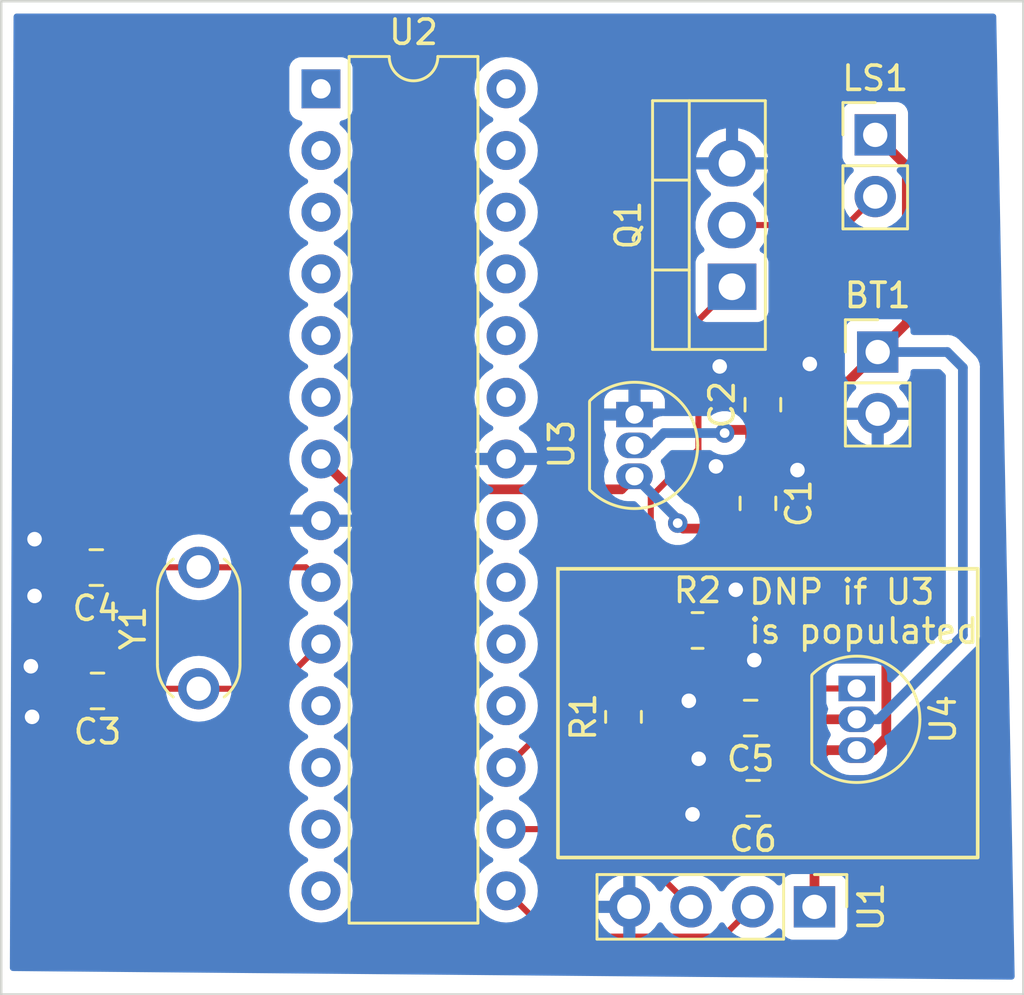
<source format=kicad_pcb>
(kicad_pcb (version 20221018) (generator pcbnew)
  (layers (0 "F.Cu" signal) (31 "B.Cu" signal) (34 "B.Paste" user) (35 "F.Paste" user) (36 "B.SilkS" user "B.Silkscreen") (37 "F.SilkS" user "F.Silkscreen") (38 "B.Mask" user) (39 "F.Mask" user) (44 "Edge.Cuts" user))
  (net 0 "")
  (net 1 "batt_+")
  (net 2 "batt_-")
  (net 3 "VCC")
  (net 4 "Net-(U2-XTAL2{slash}PB7)")
  (net 5 "Net-(U2-XTAL1{slash}PB6)")
  (net 6 "Net-(Q1-C)")
  (net 7 "Net-(Q1-B)")
  (net 8 "Net-(U4-ADJ)")
  (net 19 "Net-(U1-Trig)")
  (net 20 "Net-(U1-Echo)")
  (footprint "Capacitor_SMD:C_0805_2012Metric_Pad1.18x1.45mm_HandSolder" (layer "F.Cu") (at 119.1812 55.6768 180)
    (fp_text reference "C6" (at 0 -1.68) (layer "F.SilkS"))
    (fp_text value "0.1u" hide)
    (fp_line (start -0.261252 -0.735) (end 0.261252 -0.735) (stroke (width 0.12)) (layer "F.SilkS"))
    (fp_line (start -0.261252 0.735) (end 0.261252 0.735) (stroke (width 0.12)) (layer "F.SilkS"))
    (pad "1" smd roundrect (at -1.0375 0 180) (size 1.175 1.45) (layers "F.Cu" "F.Paste" "F.Mask") (roundrect_rratio 0.212766) (net 3 "VCC"))
    (pad "2" smd roundrect (at 1.0375 0 180) (size 1.175 1.45) (layers "F.Cu" "F.Paste" "F.Mask") (roundrect_rratio 0.212766) (net 2 "batt_-"))
  )
  (footprint "Capacitor_SMD:C_0805_2012Metric_Pad1.18x1.45mm_HandSolder" (layer "F.Cu") (at 119.38 43.5356 -90)
    (fp_text reference "C1" (at 0 -1.68 90) (layer "F.SilkS"))
    (fp_text value "1u")
    (fp_line (start -0.261252 -0.735) (end 0.261252 -0.735) (stroke (width 0.12)) (layer "F.SilkS"))
    (fp_line (start -0.261252 0.735) (end 0.261252 0.735) (stroke (width 0.12)) (layer "F.SilkS"))
    (pad "1" smd roundrect (at -1.0375 0 270) (size 1.175 1.45) (layers "F.Cu" "F.Paste" "F.Mask") (roundrect_rratio 0.212766) (net 2 "batt_-"))
    (pad "2" smd roundrect (at 1.0375 0 270) (size 1.175 1.45) (layers "F.Cu" "F.Paste" "F.Mask") (roundrect_rratio 0.212766) (net 3 "VCC"))
  )
  (footprint "Resistor_SMD:R_0805_2012Metric_Pad1.20x1.40mm_HandSolder" (layer "F.Cu") (at 116.8952 48.768)
    (fp_text reference "R2" (at 0 -1.65) (layer "F.SilkS"))
    (fp_text value "75k")
    (fp_line (start -0.227064 -0.735) (end 0.227064 -0.735) (stroke (width 0.12)) (layer "F.SilkS"))
    (fp_line (start -0.227064 0.735) (end 0.227064 0.735) (stroke (width 0.12)) (layer "F.SilkS"))
    (pad "1" smd roundrect (at -1 0) (size 1.2 1.4) (layers "F.Cu" "F.Paste" "F.Mask") (roundrect_rratio 0.208333) (net 8 "Net-(U4-ADJ)"))
    (pad "2" smd roundrect (at 1 0) (size 1.2 1.4) (layers "F.Cu" "F.Paste" "F.Mask") (roundrect_rratio 0.208333) (net 2 "batt_-"))
  )
  (footprint "Connector_PinHeader_2.54mm:PinHeader_1x02_P2.54mm_Vertical" (layer "F.Cu") (at 124.206 28.3629)
    (fp_text reference "LS1" (at 0 -2.33) (layer "F.SilkS"))
    (fp_text value "Speaker")
    (fp_line (start -1.33 -1.33) (end 0 -1.33) (stroke (width 0.12)) (layer "F.SilkS"))
    (fp_line (start -1.33 0) (end -1.33 -1.33) (stroke (width 0.12)) (layer "F.SilkS"))
    (fp_line (start -1.33 1.27) (end -1.33 3.87) (stroke (width 0.12)) (layer "F.SilkS"))
    (fp_line (start -1.33 1.27) (end 1.33 1.27) (stroke (width 0.12)) (layer "F.SilkS"))
    (fp_line (start -1.33 3.87) (end 1.33 3.87) (stroke (width 0.12)) (layer "F.SilkS"))
    (fp_line (start 1.33 1.27) (end 1.33 3.87) (stroke (width 0.12)) (layer "F.SilkS"))
    (pad "1" thru_hole rect (at 0 0) (size 1.7 1.7) (drill 1) (layers "*.Cu" "*.Mask") (net 1 "batt_+"))
    (pad "2" thru_hole oval (at 0 2.54) (size 1.7 1.7) (drill 1) (layers "*.Cu" "*.Mask") (net 6 "Net-(Q1-C)"))
  )
  (footprint "Package_TO_SOT_THT:TO-92_Inline" (layer "F.Cu") (at 123.444 51.1556 -90)
    (fp_text reference "U4" (at 1.27 -3.56 90) (layer "F.SilkS"))
    (fp_text value "LM317L_TO92" hide)
    (fp_line (start -0.53 1.85) (end 3.07 1.85) (stroke (width 0.12)) (layer "F.SilkS"))
    (fp_arc (start -0.568478 1.838478) (mid -1.132087 -0.994977) (end 1.27 -2.6) (stroke (width 0.12)) (layer "F.SilkS"))
    (fp_arc (start 1.27 -2.6) (mid 3.672087 -0.994977) (end 3.108478 1.838478) (stroke (width 0.12)) (layer "F.SilkS"))
    (pad "1" thru_hole rect (at 0 0 270) (size 1.05 1.5) (drill 0.75) (layers "*.Cu" "*.Mask") (net 8 "Net-(U4-ADJ)"))
    (pad "2" thru_hole oval (at 1.27 0 270) (size 1.05 1.5) (drill 0.75) (layers "*.Cu" "*.Mask") (net 1 "batt_+"))
    (pad "3" thru_hole oval (at 2.54 0 270) (size 1.05 1.5) (drill 0.75) (layers "*.Cu" "*.Mask") (net 3 "VCC"))
  )
  (footprint "Package_DIP:DIP-28_W7.62mm" (layer "F.Cu") (at 101.3968 26.4668)
    (fp_text reference "U2" (at 3.81 -2.33) (layer "F.SilkS"))
    (fp_text value "ATmega328-P")
    (fp_line (start 1.16 -1.33) (end 1.16 34.35) (stroke (width 0.12)) (layer "F.SilkS"))
    (fp_line (start 1.16 34.35) (end 6.46 34.35) (stroke (width 0.12)) (layer "F.SilkS"))
    (fp_line (start 2.81 -1.33) (end 1.16 -1.33) (stroke (width 0.12)) (layer "F.SilkS"))
    (fp_line (start 6.46 -1.33) (end 4.81 -1.33) (stroke (width 0.12)) (layer "F.SilkS"))
    (fp_line (start 6.46 34.35) (end 6.46 -1.33) (stroke (width 0.12)) (layer "F.SilkS"))
    (fp_arc (start 4.81 -1.33) (mid 3.81 -0.33) (end 2.81 -1.33) (stroke (width 0.12)) (layer "F.SilkS"))
    (pad "1" thru_hole rect (at 0 0) (size 1.6 1.6) (drill 0.8) (layers "*.Cu" "*.Mask"))
    (pad "2" thru_hole oval (at 0 2.54) (size 1.6 1.6) (drill 0.8) (layers "*.Cu" "*.Mask"))
    (pad "3" thru_hole oval (at 0 5.08) (size 1.6 1.6) (drill 0.8) (layers "*.Cu" "*.Mask"))
    (pad "4" thru_hole oval (at 0 7.62) (size 1.6 1.6) (drill 0.8) (layers "*.Cu" "*.Mask"))
    (pad "5" thru_hole oval (at 0 10.16) (size 1.6 1.6) (drill 0.8) (layers "*.Cu" "*.Mask"))
    (pad "6" thru_hole oval (at 0 12.7) (size 1.6 1.6) (drill 0.8) (layers "*.Cu" "*.Mask"))
    (pad "7" thru_hole oval (at 0 15.24) (size 1.6 1.6) (drill 0.8) (layers "*.Cu" "*.Mask") (net 3 "VCC"))
    (pad "8" thru_hole oval (at 0 17.78) (size 1.6 1.6) (drill 0.8) (layers "*.Cu" "*.Mask") (net 2 "batt_-"))
    (pad "9" thru_hole oval (at 0 20.32) (size 1.6 1.6) (drill 0.8) (layers "*.Cu" "*.Mask") (net 5 "Net-(U2-XTAL1{slash}PB6)"))
    (pad "10" thru_hole oval (at 0 22.86) (size 1.6 1.6) (drill 0.8) (layers "*.Cu" "*.Mask") (net 4 "Net-(U2-XTAL2{slash}PB7)"))
    (pad "11" thru_hole oval (at 0 25.4) (size 1.6 1.6) (drill 0.8) (layers "*.Cu" "*.Mask"))
    (pad "12" thru_hole oval (at 0 27.94) (size 1.6 1.6) (drill 0.8) (layers "*.Cu" "*.Mask"))
    (pad "13" thru_hole oval (at 0 30.48) (size 1.6 1.6) (drill 0.8) (layers "*.Cu" "*.Mask"))
    (pad "14" thru_hole oval (at 0 33.02) (size 1.6 1.6) (drill 0.8) (layers "*.Cu" "*.Mask"))
    (pad "15" thru_hole oval (at 7.62 33.02) (size 1.6 1.6) (drill 0.8) (layers "*.Cu" "*.Mask") (net 19 "Net-(U1-Trig)"))
    (pad "16" thru_hole oval (at 7.62 30.48) (size 1.6 1.6) (drill 0.8) (layers "*.Cu" "*.Mask") (net 20 "Net-(U1-Echo)"))
    (pad "17" thru_hole oval (at 7.62 27.94) (size 1.6 1.6) (drill 0.8) (layers "*.Cu" "*.Mask") (net 7 "Net-(Q1-B)"))
    (pad "18" thru_hole oval (at 7.62 25.4) (size 1.6 1.6) (drill 0.8) (layers "*.Cu" "*.Mask"))
    (pad "19" thru_hole oval (at 7.62 22.86) (size 1.6 1.6) (drill 0.8) (layers "*.Cu" "*.Mask"))
    (pad "20" thru_hole oval (at 7.62 20.32) (size 1.6 1.6) (drill 0.8) (layers "*.Cu" "*.Mask"))
    (pad "21" thru_hole oval (at 7.62 17.78) (size 1.6 1.6) (drill 0.8) (layers "*.Cu" "*.Mask"))
    (pad "22" thru_hole oval (at 7.62 15.24) (size 1.6 1.6) (drill 0.8) (layers "*.Cu" "*.Mask") (net 2 "batt_-"))
    (pad "23" thru_hole oval (at 7.62 12.7) (size 1.6 1.6) (drill 0.8) (layers "*.Cu" "*.Mask"))
    (pad "24" thru_hole oval (at 7.62 10.16) (size 1.6 1.6) (drill 0.8) (layers "*.Cu" "*.Mask"))
    (pad "25" thru_hole oval (at 7.62 7.62) (size 1.6 1.6) (drill 0.8) (layers "*.Cu" "*.Mask"))
    (pad "26" thru_hole oval (at 7.62 5.08) (size 1.6 1.6) (drill 0.8) (layers "*.Cu" "*.Mask"))
    (pad "27" thru_hole oval (at 7.62 2.54) (size 1.6 1.6) (drill 0.8) (layers "*.Cu" "*.Mask"))
    (pad "28" thru_hole oval (at 7.62 0) (size 1.6 1.6) (drill 0.8) (layers "*.Cu" "*.Mask"))
  )
  (footprint "Capacitor_SMD:C_0805_2012Metric_Pad1.18x1.45mm_HandSolder" (layer "F.Cu") (at 92.1512 46.1772 180)
    (fp_text reference "C4" (at 0 -1.68) (layer "F.SilkS"))
    (fp_text value "22p" hide)
    (fp_line (start -0.261252 -0.735) (end 0.261252 -0.735) (stroke (width 0.12)) (layer "F.SilkS"))
    (fp_line (start -0.261252 0.735) (end 0.261252 0.735) (stroke (width 0.12)) (layer "F.SilkS"))
    (pad "1" smd roundrect (at -1.0375 0 180) (size 1.175 1.45) (layers "F.Cu" "F.Paste" "F.Mask") (roundrect_rratio 0.212766) (net 5 "Net-(U2-XTAL1{slash}PB6)"))
    (pad "2" smd roundrect (at 1.0375 0 180) (size 1.175 1.45) (layers "F.Cu" "F.Paste" "F.Mask") (roundrect_rratio 0.212766) (net 2 "batt_-"))
  )
  (footprint "Package_TO_SOT_THT:TO-220-3_Vertical" (layer "F.Cu") (at 118.3132 34.6163 90)
    (fp_text reference "Q1" (at 2.54 -4.27 90) (layer "F.SilkS"))
    (fp_text value "TIP122")
    (fp_line (start -2.58 -3.27) (end -2.58 1.371) (stroke (width 0.12)) (layer "F.SilkS"))
    (fp_line (start -2.58 -3.27) (end 7.66 -3.27) (stroke (width 0.12)) (layer "F.SilkS"))
    (fp_line (start -2.58 -1.76) (end 7.66 -1.76) (stroke (width 0.12)) (layer "F.SilkS"))
    (fp_line (start -2.58 1.371) (end 7.66 1.371) (stroke (width 0.12)) (layer "F.SilkS"))
    (fp_line (start 0.69 -3.27) (end 0.69 -1.76) (stroke (width 0.12)) (layer "F.SilkS"))
    (fp_line (start 4.391 -3.27) (end 4.391 -1.76) (stroke (width 0.12)) (layer "F.SilkS"))
    (fp_line (start 7.66 -3.27) (end 7.66 1.371) (stroke (width 0.12)) (layer "F.SilkS"))
    (pad "1" thru_hole rect (at 0 0 90) (size 1.905 2) (drill 1.1) (layers "*.Cu" "*.Mask") (net 7 "Net-(Q1-B)"))
    (pad "2" thru_hole oval (at 2.54 0 90) (size 1.905 2) (drill 1.1) (layers "*.Cu" "*.Mask") (net 6 "Net-(Q1-C)"))
    (pad "3" thru_hole oval (at 5.08 0 90) (size 1.905 2) (drill 1.1) (layers "*.Cu" "*.Mask") (net 2 "batt_-"))
  )
  (footprint "Crystal:Resonator-2Pin_W6.0mm_H3.0mm" (layer "F.Cu") (at 96.3676 51.1672 90)
    (fp_text reference "Y1" (at 2.5 -2.7 90) (layer "F.SilkS"))
    (fp_text value "Crystal")
    (fp_line (start 1 -1.7) (end 4 -1.7) (stroke (width 0.12)) (layer "F.SilkS"))
    (fp_line (start 1 1.7) (end 4 1.7) (stroke (width 0.12)) (layer "F.SilkS"))
    (fp_arc (start -0.33779 -1.048961) (mid 0.256102 -1.5286) (end 1 -1.7) (stroke (width 0.12)) (layer "F.SilkS"))
    (fp_arc (start 1 1.7) (mid 0.256103 1.5286) (end -0.33779 1.048961) (stroke (width 0.12)) (layer "F.SilkS"))
    (fp_arc (start 4 -1.7) (mid 4.743897 -1.5286) (end 5.33779 -1.048961) (stroke (width 0.12)) (layer "F.SilkS"))
    (fp_arc (start 5.33779 1.048961) (mid 4.743898 1.5286) (end 4 1.7) (stroke (width 0.12)) (layer "F.SilkS"))
    (pad "1" thru_hole circle (at 0 0 90) (size 1.7 1.7) (drill 1) (layers "*.Cu" "*.Mask") (net 4 "Net-(U2-XTAL2{slash}PB7)"))
    (pad "2" thru_hole circle (at 5 0 90) (size 1.7 1.7) (drill 1) (layers "*.Cu" "*.Mask") (net 5 "Net-(U2-XTAL1{slash}PB6)"))
  )
  (footprint "Connector_PinHeader_2.54mm:PinHeader_1x04_P2.54mm_Vertical" (layer "F.Cu") (at 121.7068 60.1472 -90)
    (fp_text reference "U1" (at 0 -2.33 90) (layer "F.SilkS"))
    (fp_text value "~")
    (fp_line (start -1.33 -1.33) (end 0 -1.33) (stroke (width 0.12)) (layer "F.SilkS"))
    (fp_line (start -1.33 0) (end -1.33 -1.33) (stroke (width 0.12)) (layer "F.SilkS"))
    (fp_line (start -1.33 1.27) (end -1.33 8.95) (stroke (width 0.12)) (layer "F.SilkS"))
    (fp_line (start -1.33 1.27) (end 1.33 1.27) (stroke (width 0.12)) (layer "F.SilkS"))
    (fp_line (start -1.33 8.95) (end 1.33 8.95) (stroke (width 0.12)) (layer "F.SilkS"))
    (fp_line (start 1.33 1.27) (end 1.33 8.95) (stroke (width 0.12)) (layer "F.SilkS"))
    (pad "1" thru_hole rect (at 0 0 270) (size 1.7 1.7) (drill 1) (layers "*.Cu" "*.Mask") (net 3 "VCC"))
    (pad "2" thru_hole oval (at 0 2.54 270) (size 1.7 1.7) (drill 1) (layers "*.Cu" "*.Mask") (net 19 "Net-(U1-Trig)"))
    (pad "3" thru_hole oval (at 0 5.08 270) (size 1.7 1.7) (drill 1) (layers "*.Cu" "*.Mask") (net 20 "Net-(U1-Echo)"))
    (pad "4" thru_hole oval (at 0 7.62 270) (size 1.7 1.7) (drill 1) (layers "*.Cu" "*.Mask") (net 2 "batt_-"))
  )
  (footprint "Package_TO_SOT_THT:TO-92_Inline" (layer "F.Cu") (at 114.3 39.878 -90)
    (fp_text reference "U3" (at 1.2192 2.9972 90) (layer "F.SilkS"))
    (fp_text value "MCP1700x-500xxTO" hide)
    (fp_line (start -0.53 1.85) (end 3.07 1.85) (stroke (width 0.12)) (layer "F.SilkS"))
    (fp_arc (start -0.568478 1.838478) (mid -1.132087 -0.994977) (end 1.27 -2.6) (stroke (width 0.12)) (layer "F.SilkS"))
    (fp_arc (start 1.27 -2.6) (mid 3.672087 -0.994977) (end 3.108478 1.838478) (stroke (width 0.12)) (layer "F.SilkS"))
    (pad "1" thru_hole rect (at 0 0 270) (size 1.05 1.5) (drill 0.75) (layers "*.Cu" "*.Mask") (net 2 "batt_-"))
    (pad "2" thru_hole oval (at 1.27 0 270) (size 1.05 1.5) (drill 0.75) (layers "*.Cu" "*.Mask") (net 1 "batt_+"))
    (pad "3" thru_hole oval (at 2.54 0 270) (size 1.05 1.5) (drill 0.75) (layers "*.Cu" "*.Mask") (net 3 "VCC"))
  )
  (footprint "Capacitor_SMD:C_0805_2012Metric_Pad1.18x1.45mm_HandSolder" (layer "F.Cu") (at 92.202 51.2572 180)
    (fp_text reference "C3" (at 0 -1.68) (layer "F.SilkS"))
    (fp_text value "22p" hide)
    (fp_line (start -0.261252 -0.735) (end 0.261252 -0.735) (stroke (width 0.12)) (layer "F.SilkS"))
    (fp_line (start -0.261252 0.735) (end 0.261252 0.735) (stroke (width 0.12)) (layer "F.SilkS"))
    (pad "1" smd roundrect (at -1.0375 0 180) (size 1.175 1.45) (layers "F.Cu" "F.Paste" "F.Mask") (roundrect_rratio 0.212766) (net 4 "Net-(U2-XTAL2{slash}PB7)"))
    (pad "2" smd roundrect (at 1.0375 0 180) (size 1.175 1.45) (layers "F.Cu" "F.Paste" "F.Mask") (roundrect_rratio 0.212766) (net 2 "batt_-"))
  )
  (footprint "Capacitor_SMD:C_0805_2012Metric_Pad1.18x1.45mm_HandSolder" (layer "F.Cu") (at 119.0796 52.3748 180)
    (fp_text reference "C5" (at 0 -1.68) (layer "F.SilkS"))
    (fp_text value "0.1u" hide)
    (fp_line (start -0.261252 -0.735) (end 0.261252 -0.735) (stroke (width 0.12)) (layer "F.SilkS"))
    (fp_line (start -0.261252 0.735) (end 0.261252 0.735) (stroke (width 0.12)) (layer "F.SilkS"))
    (pad "1" smd roundrect (at -1.0375 0 180) (size 1.175 1.45) (layers "F.Cu" "F.Paste" "F.Mask") (roundrect_rratio 0.212766) (net 1 "batt_+"))
    (pad "2" smd roundrect (at 1.0375 0 180) (size 1.175 1.45) (layers "F.Cu" "F.Paste" "F.Mask") (roundrect_rratio 0.212766) (net 2 "batt_-"))
  )
  (footprint "Connector_PinHeader_2.54mm:PinHeader_1x02_P2.54mm_Vertical" (layer "F.Cu") (at 124.3076 37.3037)
    (fp_text reference "BT1" (at 0 -2.33) (layer "F.SilkS"))
    (fp_text value "Battery")
    (fp_line (start -1.33 -1.33) (end 0 -1.33) (stroke (width 0.12)) (layer "F.SilkS"))
    (fp_line (start -1.33 0) (end -1.33 -1.33) (stroke (width 0.12)) (layer "F.SilkS"))
    (fp_line (start -1.33 1.27) (end -1.33 3.87) (stroke (width 0.12)) (layer "F.SilkS"))
    (fp_line (start -1.33 1.27) (end 1.33 1.27) (stroke (width 0.12)) (layer "F.SilkS"))
    (fp_line (start -1.33 3.87) (end 1.33 3.87) (stroke (width 0.12)) (layer "F.SilkS"))
    (fp_line (start 1.33 1.27) (end 1.33 3.87) (stroke (width 0.12)) (layer "F.SilkS"))
    (pad "1" thru_hole rect (at 0 0) (size 1.7 1.7) (drill 1) (layers "*.Cu" "*.Mask") (net 1 "batt_+"))
    (pad "2" thru_hole oval (at 0 2.54) (size 1.7 1.7) (drill 1) (layers "*.Cu" "*.Mask") (net 2 "batt_-"))
  )
  (footprint "Capacitor_SMD:C_0805_2012Metric_Pad1.18x1.45mm_HandSolder" (layer "F.Cu") (at 119.5832 39.4716 90)
    (fp_text reference "C2" (at 0 -1.68 90) (layer "F.SilkS"))
    (fp_text value "1u")
    (fp_line (start -0.261252 -0.735) (end 0.261252 -0.735) (stroke (width 0.12)) (layer "F.SilkS"))
    (fp_line (start -0.261252 0.735) (end 0.261252 0.735) (stroke (width 0.12)) (layer "F.SilkS"))
    (pad "1" smd roundrect (at -1.0375 0 90) (size 1.175 1.45) (layers "F.Cu" "F.Paste" "F.Mask") (roundrect_rratio 0.212766) (net 1 "batt_+"))
    (pad "2" smd roundrect (at 1.0375 0 90) (size 1.175 1.45) (layers "F.Cu" "F.Paste" "F.Mask") (roundrect_rratio 0.212766) (net 2 "batt_-"))
  )
  (footprint "Resistor_SMD:R_0805_2012Metric_Pad1.20x1.40mm_HandSolder" (layer "F.Cu") (at 113.8472 52.324 90)
    (fp_text reference "R1" (at 0 -1.65 90) (layer "F.SilkS"))
    (fp_text value "27k")
    (fp_line (start -0.227064 -0.735) (end 0.227064 -0.735) (stroke (width 0.12)) (layer "F.SilkS"))
    (fp_line (start -0.227064 0.735) (end 0.227064 0.735) (stroke (width 0.12)) (layer "F.SilkS"))
    (pad "1" smd roundrect (at -1 0 90) (size 1.2 1.4) (layers "F.Cu" "F.Paste" "F.Mask") (roundrect_rratio 0.208333) (net 3 "VCC"))
    (pad "2" smd roundrect (at 1 0 90) (size 1.2 1.4) (layers "F.Cu" "F.Paste" "F.Mask") (roundrect_rratio 0.208333) (net 8 "Net-(U4-ADJ)"))
  )
  (gr_rect (start 111.1504 46.228) (end 128.4224 58.1152) (stroke (width 0.15)) (fill none) (layer "F.SilkS"))
  (gr_rect (start 88.2396 22.86) (end 130.302 63.754) (stroke (width 0.1)) (fill none) (layer "Edge.Cuts"))
  (gr_text "DNP if U3\nis populated" (at 118.9228 49.3776) (layer "F.SilkS") (effects (font (size 1 1)) (justify left bottom)))
  (segment (start 118.1393 40.5091) (end 118.0084 40.64) (width 0.4) (layer "F.Cu") (net 1))
  (segment (start 120.1679 52.4256) (end 120.1171 52.3748) (width 0.4) (layer "F.Cu") (net 1))
  (segment (start 119.4523 40.5091) (end 119.5832 40.5091) (width 0.4) (layer "F.Cu") (net 1))
  (segment (start 119.3292 40.64) (end 119.4523 40.5091) (width 0.4) (layer "F.Cu") (net 1))
  (segment (start 121.1022 40.5091) (end 119.7141 40.5091) (width 0.4) (layer "F.Cu") (net 1))
  (segment (start 124.3076 37.3037) (end 121.1022 40.5091) (width 0.4) (layer "F.Cu") (net 1))
  (segment (start 125.506 36.1053) (end 124.3076 37.3037) (width 0.4) (layer "F.Cu") (net 1))
  (segment (start 125.506 29.6629) (end 125.506 36.1053) (width 0.4) (layer "F.Cu") (net 1))
  (segment (start 123.444 52.4256) (end 120.1679 52.4256) (width 0.4) (layer "F.Cu") (net 1))
  (segment (start 124.206 28.3629) (end 125.506 29.6629) (width 0.4) (layer "F.Cu") (net 1))
  (segment (start 119.5832 40.5091) (end 118.1393 40.5091) (width 0.4) (layer "F.Cu") (net 1))
  (segment (start 119.7141 40.5091) (end 119.3292 40.64) (width 0.4) (layer "F.Cu") (net 1))
  (via (at 118.0084 40.64) (size 0.8) (drill 0.4) (layers "F.Cu" "B.Cu") (net 1))
  (segment (start 123.444 52.4256) (end 124.349 52.4256) (width 0.4) (layer "B.Cu") (net 1))
  (segment (start 114.3 41.148) (end 115 41.148) (width 0.4) (layer "B.Cu") (net 1))
  (segment (start 115 41.148) (end 115.508 40.64) (width 0.4) (layer "B.Cu") (net 1))
  (segment (start 127.8128 37.9476) (end 127.1689 37.3037) (width 0.4) (layer "B.Cu") (net 1))
  (segment (start 124.349 52.4256) (end 127.8128 48.9618) (width 0.4) (layer "B.Cu") (net 1))
  (segment (start 115.508 40.64) (end 118.0084 40.64) (width 0.4) (layer "B.Cu") (net 1))
  (segment (start 127.1689 37.3037) (end 124.3076 37.3037) (width 0.4) (layer "B.Cu") (net 1))
  (segment (start 127.8128 48.9618) (end 127.8128 37.9476) (width 0.4) (layer "B.Cu") (net 1))
  (segment (start 116.9416 52.07) (end 116.5352 51.6636) (width 0.4) (layer "F.Cu") (net 2))
  (segment (start 117.8952 47.662) (end 118.4656 47.0916) (width 0.4) (layer "F.Cu") (net 2))
  (segment (start 90.7796 46.1772) (end 89.6112 47.3456) (width 0.4) (layer "F.Cu") (net 2))
  (segment (start 116.6876 54.3052) (end 116.9416 54.0512) (width 0.4) (layer "F.Cu") (net 2))
  (segment (start 118.3425 38.4341) (end 117.8052 37.8968) (width 0.4) (layer "F.Cu") (net 2))
  (segment (start 119.5832 38.4341) (end 118.3425 38.4341) (width 0.4) (layer "F.Cu") (net 2))
  (segment (start 117.8952 48.768) (end 117.8952 47.662) (width 0.4) (layer "F.Cu") (net 2))
  (segment (start 118.4656 49.2252) (end 119.2276 49.9872) (width 0.4) (layer "F.Cu") (net 2))
  (segment (start 118.0421 52.3748) (end 118.0421 52.9507) (width 0.4) (layer "F.Cu") (net 2))
  (segment (start 118.0421 52.3748) (end 117.2464 52.3748) (width 0.4) (layer "F.Cu") (net 2))
  (segment (start 89.5096 50.292) (end 89.4588 50.2412) (width 0.4) (layer "F.Cu") (net 2))
  (segment (start 117.4833 56.3372) (end 118.1437 55.6768) (width 0.4) (layer "F.Cu") (net 2))
  (segment (start 116.6876 56.3372) (end 116.6876 54.3052) (width 0.4) (layer "F.Cu") (net 2))
  (segment (start 117.8952 48.768) (end 118.0084 48.768) (width 0.4) (layer "F.Cu") (net 2))
  (segment (start 89.6112 47.3456) (end 89.6112 45.0088) (width 0.4) (layer "F.Cu") (net 2))
  (segment (start 119.38 42.4981) (end 120.6715 42.4981) (width 0.4) (layer "F.Cu") (net 2))
  (segment (start 90.7796 46.1772) (end 89.6112 45.0088) (width 0.4) (layer "F.Cu") (net 2))
  (segment (start 91.1645 51.2572) (end 90.4748 51.2572) (width 0.4) (layer "F.Cu") (net 2))
  (segment (start 118.0084 48.768) (end 119.2276 49.9872) (width 0.4) (layer "F.Cu") (net 2))
  (segment (start 118.0421 52.9507) (end 116.9416 54.0512) (width 0.4) (layer "F.Cu") (net 2))
  (segment (start 91.1137 46.1772) (end 90.7796 46.1772) (width 0.4) (layer "F.Cu") (net 2))
  (segment (start 89.5096 52.324) (end 89.5096 50.292) (width 0.4) (layer "F.Cu") (net 2))
  (segment (start 116.6876 56.3372) (end 117.4833 56.3372) (width 0.4) (layer "F.Cu") (net 2))
  (segment (start 117.2464 52.3748) (end 116.5352 51.6636) (width 0.4) (layer "F.Cu") (net 2))
  (segment (start 119.38 42.4981) (end 118.1393 42.4981) (width 0.4) (layer "F.Cu") (net 2))
  (segment (start 91.1645 51.2572) (end 90.5764 51.2572) (width 0.4) (layer "F.Cu") (net 2))
  (segment (start 118.1437 55.6768) (end 118.1437 55.2533) (width 0.4) (layer "F.Cu") (net 2))
  (segment (start 90.5764 51.2572) (end 89.5096 52.324) (width 0.4) (layer "F.Cu") (net 2))
  (segment (start 120.6715 42.4981) (end 121.0056 42.164) (width 0.4) (layer "F.Cu") (net 2))
  (segment (start 120.8747 38.4341) (end 121.5136 37.7952) (width 0.4) (layer "F.Cu") (net 2))
  (segment (start 118.1437 55.2533) (end 116.9416 54.0512) (width 0.4) (layer "F.Cu") (net 2))
  (segment (start 118.1393 42.4981) (end 117.6528 42.0116) (width 0.4) (layer "F.Cu") (net 2))
  (segment (start 90.4748 51.2572) (end 89.4588 50.2412) (width 0.4) (layer "F.Cu") (net 2))
  (segment (start 119.5832 38.4341) (end 120.8747 38.4341) (width 0.4) (layer "F.Cu") (net 2))
  (segment (start 118.4656 47.0916) (end 118.4656 49.2252) (width 0.4) (layer "F.Cu") (net 2))
  (segment (start 116.9416 54.0512) (end 116.9416 52.07) (width 0.4) (layer "F.Cu") (net 2))
  (via (at 121.5136 37.7952) (size 1) (drill 0.6) (layers "F.Cu" "B.Cu") (net 2))
  (via (at 89.4588 50.2412) (size 1) (drill 0.6) (layers "F.Cu" "B.Cu") (net 2))
  (via (at 89.5096 52.324) (size 1) (drill 0.6) (layers "F.Cu" "B.Cu") (net 2))
  (via (at 89.6112 45.0088) (size 1) (drill 0.6) (layers "F.Cu" "B.Cu") (net 2))
  (via (at 118.4656 47.0916) (size 1) (drill 0.6) (layers "F.Cu" "B.Cu") (net 2))
  (via (at 89.6112 47.3456) (size 1) (drill 0.6) (layers "F.Cu" "B.Cu") (net 2))
  (via (at 116.6876 56.3372) (size 1) (drill 0.6) (layers "F.Cu" "B.Cu") (net 2))
  (via (at 121.0056 42.164) (size 1) (drill 0.6) (layers "F.Cu" "B.Cu") (net 2))
  (via (at 116.5352 51.6636) (size 1) (drill 0.6) (layers "F.Cu" "B.Cu") (net 2))
  (via (at 117.8052 37.8968) (size 1) (drill 0.6) (layers "F.Cu" "B.Cu") (net 2))
  (via (at 119.2276 49.9872) (size 1) (drill 0.6) (layers "F.Cu" "B.Cu") (net 2))
  (via (at 117.6528 42.0116) (size 1) (drill 0.6) (layers "F.Cu" "B.Cu") (net 2))
  (via (at 116.9416 54.0512) (size 1) (drill 0.6) (layers "F.Cu" "B.Cu") (net 2))
  (segment (start 119.38 44.5731) (end 116.3027 44.5731) (width 0.4) (layer "F.Cu") (net 3))
  (segment (start 120.2187 55.6768) (end 121.7068 57.1649) (width 0.4) (layer "F.Cu") (net 3))
  (segment (start 118.6083 57.2872) (end 116.294097 57.2872) (width 0.4) (layer "F.Cu") (net 3))
  (segment (start 120.2187 55.6768) (end 122.1999 53.6956) (width 0.4) (layer "F.Cu") (net 3))
  (segment (start 116.294097 57.2872) (end 113.8472 54.840303) (width 0.4) (layer "F.Cu") (net 3))
  (segment (start 121.7068 57.1649) (end 121.7068 60.1472) (width 0.4) (layer "F.Cu") (net 3))
  (segment (start 102.6468 42.9568) (end 101.3968 41.7068) (width 0.4) (layer "F.Cu") (net 3))
  (segment (start 124.144 53.6956) (end 124.6632 53.1764) (width 0.4) (layer "F.Cu") (net 3))
  (segment (start 120.2187 55.6768) (end 118.6083 57.2872) (width 0.4) (layer "F.Cu") (net 3))
  (segment (start 113.8472 54.840303) (end 113.8472 53.324) (width 0.4) (layer "F.Cu") (net 3))
  (segment (start 124.6632 49.8563) (end 119.38 44.5731) (width 0.4) (layer "F.Cu") (net 3))
  (segment (start 113.7612 42.9568) (end 102.6468 42.9568) (width 0.4) (layer "F.Cu") (net 3))
  (segment (start 123.444 53.6956) (end 124.144 53.6956) (width 0.4) (layer "F.Cu") (net 3))
  (segment (start 114.3 42.418) (end 113.7612 42.9568) (width 0.4) (layer "F.Cu") (net 3))
  (segment (start 124.6632 53.1764) (end 124.6632 49.8563) (width 0.4) (layer "F.Cu") (net 3))
  (segment (start 122.1999 53.6956) (end 123.444 53.6956) (width 0.4) (layer "F.Cu") (net 3))
  (segment (start 116.3027 44.5731) (end 116.078 44.3484) (width 0.4) (layer "F.Cu") (net 3))
  (via (at 116.078 44.3484) (size 0.8) (drill 0.4) (layers "F.Cu" "B.Cu") (net 3))
  (segment (start 116.078 44.3484) (end 116.078 44.196) (width 0.4) (layer "B.Cu") (net 3))
  (segment (start 116.078 44.196) (end 114.3 42.418) (width 0.4) (layer "B.Cu") (net 3))
  (segment (start 93.3295 51.1672) (end 96.3676 51.1672) (width 0.25) (layer "F.Cu") (net 4))
  (segment (start 93.2395 51.2572) (end 93.3295 51.1672) (width 0.25) (layer "F.Cu") (net 4))
  (segment (start 96.3676 51.1672) (end 99.5564 51.1672) (width 0.25) (layer "F.Cu") (net 4))
  (segment (start 99.5564 51.1672) (end 101.3968 49.3268) (width 0.25) (layer "F.Cu") (net 4))
  (segment (start 93.1987 46.1672) (end 96.3676 46.1672) (width 0.25) (layer "F.Cu") (net 5))
  (segment (start 93.1887 46.1772) (end 93.1987 46.1672) (width 0.25) (layer "F.Cu") (net 5))
  (segment (start 100.7772 46.1672) (end 101.3968 46.7868) (width 0.25) (layer "F.Cu") (net 5))
  (segment (start 96.3676 46.1672) (end 100.7772 46.1672) (width 0.25) (layer "F.Cu") (net 5))
  (segment (start 123.0326 32.0763) (end 124.206 30.9029) (width 0.25) (layer "F.Cu") (net 6))
  (segment (start 118.3132 32.0763) (end 123.0326 32.0763) (width 0.25) (layer "F.Cu") (net 6))
  (segment (start 116.9302 35.9993) (end 118.3132 34.6163) (width 0.25) (layer "F.Cu") (net 7))
  (segment (start 114.9702 43.2718) (end 116.9302 41.3118) (width 0.25) (layer "F.Cu") (net 7))
  (segment (start 114.9702 48.4534) (end 114.9702 43.2718) (width 0.25) (layer "F.Cu") (net 7))
  (segment (start 116.9302 41.3118) (end 116.9302 35.9993) (width 0.25) (layer "F.Cu") (net 7))
  (segment (start 109.0168 54.4068) (end 114.9702 48.4534) (width 0.25) (layer "F.Cu") (net 7))
  (segment (start 123.444 51.1556) (end 118.2828 51.1556) (width 0.25) (layer "F.Cu") (net 8))
  (segment (start 113.8472 51.324) (end 113.8472 50.816) (width 0.25) (layer "F.Cu") (net 8))
  (segment (start 113.8472 50.816) (end 115.8952 48.768) (width 0.25) (layer "F.Cu") (net 8))
  (segment (start 118.2828 51.1556) (end 115.8952 48.768) (width 0.25) (layer "F.Cu") (net 8))
  (segment (start 110.9022 61.3722) (end 109.0168 59.4868) (width 0.25) (layer "F.Cu") (net 19))
  (segment (start 119.1668 60.1472) (end 117.9418 61.3722) (width 0.25) (layer "F.Cu") (net 19))
  (segment (start 117.9418 61.3722) (end 110.9022 61.3722) (width 0.25) (layer "F.Cu") (net 19))
  (segment (start 113.4264 56.9468) (end 109.0168 56.9468) (width 0.25) (layer "F.Cu") (net 20))
  (segment (start 116.6268 60.1472) (end 113.4264 56.9468) (width 0.25) (layer "F.Cu") (net 20))
  (zone (net 2) (net_name "batt_-") (layer "B.Cu") (connect_pads (clearance 0.5)) (min_thickness 0.25) (fill yes (thermal_gap 0.5) (thermal_bridge_width 0.5))
    (polygon (pts (xy 88.7476 23.368) (xy 129.1844 23.368) (xy 129.9464 63.1444) (xy 88.5952 62.7888)))
  )
)
</source>
